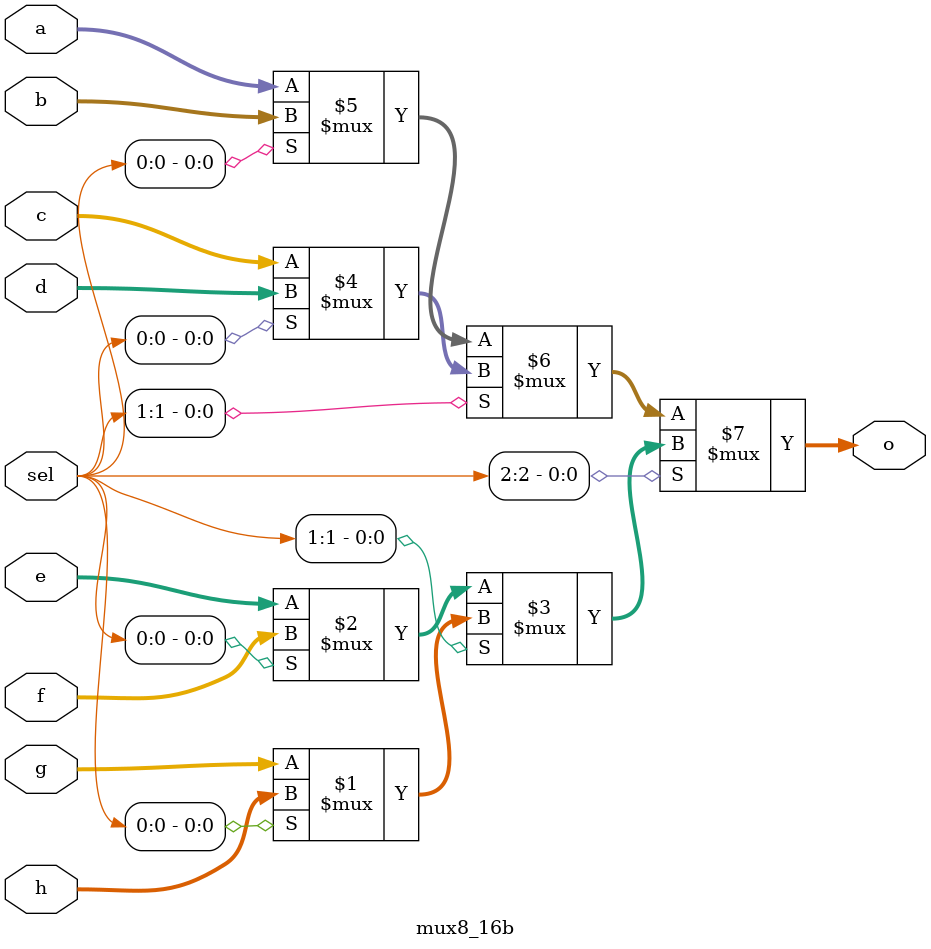
<source format=v>
`timescale 1ns / 1ps
module mux8_16b(
    input [15:0] a,
    input [15:0] b,
    input [15:0] c,
    input [15:0] d,
    input [15:0] e,
    input [15:0] f,
    input [15:0] g,
    input [15:0] h,
    input [2:0] sel,
    output [15:0] o
    );

	//000 -> a, 001 -> b, 010 -> c, 011 -> d, 100 -> e, 101 -> f, 110 -> g, 111 -> h
	assign o = sel[2] ? (sel[1] ? (sel[0] ? h : g) : (sel[0] ? f : e)) : (sel[1] ? (sel[0] ? d : c) : (sel[0] ? b : a));

endmodule

</source>
